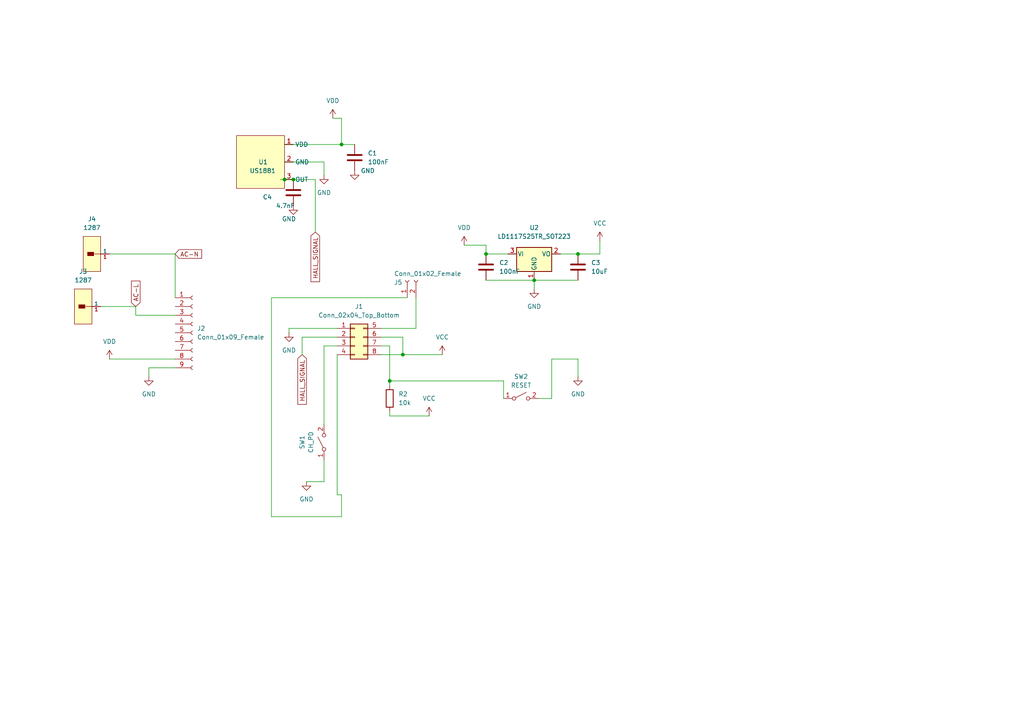
<source format=kicad_sch>
(kicad_sch (version 20211123) (generator eeschema)
  (paper "A4")
  (lib_symbols
    (symbol "Connector:Conn_01x02_Female" (pin_names (offset 1.016) hide)
      (property "Reference" "J" (at 0 2.54 0))
      (property "Value" "Conn_01x02_Female" (at 0 -5.08 0))
      (symbol "Conn_01x02_Female_1_1"
        (arc (start 0 -2.032) (mid -0.508 -2.54) (end 0 -3.048) (stroke (width 0.1524)))
        (polyline (pts (xy -1.27 -2.54) (xy -0.508 -2.54)) (stroke (width 0.1524)))
        (polyline (pts (xy -1.27 0) (xy -0.508 0)) (stroke (width 0.1524)))
        (arc (start 0 0.508) (mid -0.508 0) (end 0 -0.508) (stroke (width 0.1524)))
        (pin passive line (at -5.08 0 0) (length 3.81) (name "Pin_1") (number "1"))
        (pin passive line (at -5.08 -2.54 0) (length 3.81) (name "Pin_2") (number "2"))
      )
    )
    (symbol "Connector:Conn_01x09_Female" (pin_names (offset 1.016) hide)
      (property "Reference" "J" (at 0 12.7 0))
      (property "Value" "Conn_01x09_Female" (at 0 -12.7 0))
      (symbol "Conn_01x09_Female_1_1"
        (arc (start 0 -9.652) (mid -0.508 -10.16) (end 0 -10.668) (stroke (width 0.1524)))
        (arc (start 0 -7.112) (mid -0.508 -7.62) (end 0 -8.128) (stroke (width 0.1524)))
        (arc (start 0 -4.572) (mid -0.508 -5.08) (end 0 -5.588) (stroke (width 0.1524)))
        (arc (start 0 -2.032) (mid -0.508 -2.54) (end 0 -3.048) (stroke (width 0.1524)))
        (polyline (pts (xy -1.27 -10.16) (xy -0.508 -10.16)) (stroke (width 0.1524)))
        (polyline (pts (xy -1.27 -7.62) (xy -0.508 -7.62)) (stroke (width 0.1524)))
        (polyline (pts (xy -1.27 -5.08) (xy -0.508 -5.08)) (stroke (width 0.1524)))
        (polyline (pts (xy -1.27 -2.54) (xy -0.508 -2.54)) (stroke (width 0.1524)))
        (polyline (pts (xy -1.27 0) (xy -0.508 0)) (stroke (width 0.1524)))
        (polyline (pts (xy -1.27 2.54) (xy -0.508 2.54)) (stroke (width 0.1524)))
        (polyline (pts (xy -1.27 5.08) (xy -0.508 5.08)) (stroke (width 0.1524)))
        (polyline (pts (xy -1.27 7.62) (xy -0.508 7.62)) (stroke (width 0.1524)))
        (polyline (pts (xy -1.27 10.16) (xy -0.508 10.16)) (stroke (width 0.1524)))
        (arc (start 0 0.508) (mid -0.508 0) (end 0 -0.508) (stroke (width 0.1524)))
        (arc (start 0 3.048) (mid -0.508 2.54) (end 0 2.032) (stroke (width 0.1524)))
        (arc (start 0 5.588) (mid -0.508 5.08) (end 0 4.572) (stroke (width 0.1524)))
        (arc (start 0 8.128) (mid -0.508 7.62) (end 0 7.112) (stroke (width 0.1524)))
        (arc (start 0 10.668) (mid -0.508 10.16) (end 0 9.652) (stroke (width 0.1524)))
        (pin passive line (at -5.08 10.16 0) (length 3.81) (name "Pin_1") (number "1"))
        (pin passive line (at -5.08 7.62 0) (length 3.81) (name "Pin_2") (number "2"))
        (pin passive line (at -5.08 5.08 0) (length 3.81) (name "Pin_3") (number "3"))
        (pin passive line (at -5.08 2.54 0) (length 3.81) (name "Pin_4") (number "4"))
        (pin passive line (at -5.08 0 0) (length 3.81) (name "Pin_5") (number "5"))
        (pin passive line (at -5.08 -2.54 0) (length 3.81) (name "Pin_6") (number "6"))
        (pin passive line (at -5.08 -5.08 0) (length 3.81) (name "Pin_7") (number "7"))
        (pin passive line (at -5.08 -7.62 0) (length 3.81) (name "Pin_8") (number "8"))
        (pin passive line (at -5.08 -10.16 0) (length 3.81) (name "Pin_9") (number "9"))
      )
    )
    (symbol "Connector_Generic:Conn_02x04_Top_Bottom" (pin_names (offset 1.016) hide)
      (property "Reference" "J" (at 1.27 5.08 0))
      (property "Value" "Conn_02x04_Top_Bottom" (at 1.27 -7.62 0))
      (symbol "Conn_02x04_Top_Bottom_1_1"
        (rectangle (start -1.27 -4.953) (end 0 -5.207) (stroke (width 0.1524)))
        (rectangle (start -1.27 -2.413) (end 0 -2.667) (stroke (width 0.1524)))
        (rectangle (start -1.27 0.127) (end 0 -0.127) (stroke (width 0.1524)))
        (rectangle (start -1.27 2.667) (end 0 2.413) (stroke (width 0.1524)))
        (rectangle (start -1.27 3.81) (end 3.81 -6.35) (stroke (width 0.254)) (fill (type background)))
        (rectangle (start 3.81 -4.953) (end 2.54 -5.207) (stroke (width 0.1524)))
        (rectangle (start 3.81 -2.413) (end 2.54 -2.667) (stroke (width 0.1524)))
        (rectangle (start 3.81 0.127) (end 2.54 -0.127) (stroke (width 0.1524)))
        (rectangle (start 3.81 2.667) (end 2.54 2.413) (stroke (width 0.1524)))
        (pin passive line (at -5.08 2.54 0) (length 3.81) (name "Pin_1") (number "1"))
        (pin passive line (at -5.08 0 0) (length 3.81) (name "Pin_2") (number "2"))
        (pin passive line (at -5.08 -2.54 0) (length 3.81) (name "Pin_3") (number "3"))
        (pin passive line (at -5.08 -5.08 0) (length 3.81) (name "Pin_4") (number "4"))
        (pin passive line (at 7.62 2.54 180) (length 3.81) (name "Pin_5") (number "5"))
        (pin passive line (at 7.62 0 180) (length 3.81) (name "Pin_6") (number "6"))
        (pin passive line (at 7.62 -2.54 180) (length 3.81) (name "Pin_7") (number "7"))
        (pin passive line (at 7.62 -5.08 180) (length 3.81) (name "Pin_8") (number "8"))
      )
    )
    (symbol "Device:C" (pin_numbers hide) (pin_names (offset 0.254))
      (property "Reference" "C" (at 0.635 2.54 0))
      (property "Value" "C" (at 0.635 -2.54 0))
      (symbol "C_0_1"
        (polyline (pts (xy -2.032 -0.762) (xy 2.032 -0.762)) (stroke (width 0.508)))
        (polyline (pts (xy -2.032 0.762) (xy 2.032 0.762)) (stroke (width 0.508)))
      )
      (symbol "C_1_1"
        (pin passive line (at 0 3.81 270) (length 2.794) (name "~") (number "1"))
        (pin passive line (at 0 -3.81 90) (length 2.794) (name "~") (number "2"))
      )
    )
    (symbol "Device:R" (pin_numbers hide) (pin_names (offset 0))
      (property "Reference" "R" (at 2.032 0 90))
      (property "Value" "R" (at 0 0 90))
      (symbol "R_0_1"
        (rectangle (start -1.016 -2.54) (end 1.016 2.54) (stroke (width 0.254)))
      )
      (symbol "R_1_1"
        (pin passive line (at 0 3.81 270) (length 1.27) (name "~") (number "1"))
        (pin passive line (at 0 -3.81 90) (length 1.27) (name "~") (number "2"))
      )
    )
    (symbol "FPGA_Xilinx:US1881"
      (property "Reference" "U" (at -8.89 -5.08 0))
      (property "Value" "US1881" (at -7.62 -2.54 0))
      (symbol "US1881_0_1"
        (rectangle (start 1.27 7.62) (end -12.7 -7.62) (fill (type background)))
      )
      (symbol "US1881_1_1"
        (pin power_in line (at 1.27 5.08 0) (length 2.54) (name "VDD") (number "1"))
        (pin power_in line (at 1.27 0 0) (length 2.54) (name "GND") (number "2"))
        (pin output line (at 1.27 -5.08 0) (length 2.54) (name "OUT") (number "3"))
      )
    )
    (symbol "Regulator_Linear:LD1117S25TR_SOT223" (pin_names (offset 0.254))
      (property "Reference" "U" (at -3.81 3.175 0))
      (property "Value" "LD1117S25TR_SOT223" (at 0 3.175 0))
      (symbol "LD1117S25TR_SOT223_0_1"
        (rectangle (start -5.08 -5.08) (end 5.08 1.905) (stroke (width 0.254)) (fill (type background)))
      )
      (symbol "LD1117S25TR_SOT223_1_1"
        (pin power_in line (at 0 -7.62 90) (length 2.54) (name "GND") (number "1"))
        (pin power_out line (at 7.62 0 180) (length 2.54) (name "VO") (number "2"))
        (pin power_in line (at -7.62 0 0) (length 2.54) (name "VI") (number "3"))
      )
    )
    (symbol "Switch:SW_SPST" (pin_names (offset 0) hide)
      (property "Reference" "SW" (at 0 3.175 0))
      (property "Value" "SW_SPST" (at 0 -2.54 0))
      (symbol "SW_SPST_0_0"
        (circle (center -2.032 0) (radius 0.508))
        (polyline (pts (xy -1.524 0.254) (xy 1.524 1.778)))
        (circle (center 2.032 0) (radius 0.508))
      )
      (symbol "SW_SPST_1_1"
        (pin passive line (at -5.08 0 0) (length 2.54) (name "A") (number "1"))
        (pin passive line (at 5.08 0 180) (length 2.54) (name "B") (number "2"))
      )
    )
    (symbol "eec:1287" (pin_names (offset 0))
      (property "Reference" "J" (at 0 7.62 0))
      (property "Value" "1287" (at 0 10.16 0))
      (symbol "1287_1_1"
        (rectangle (start -10.16 5.08) (end -5.08 -5.08) (fill (type background)))
        (rectangle (start -8.89 0.508) (end -7.112 -0.508) (fill (type outline)))
        (polyline (pts (xy -6.858 0) (xy -5.08 0)))
        (pin passive line (at -2.54 0 180) (length 2.54) (name "1") (number "1"))
      )
    )
    (symbol "power:GND" (power) (pin_names (offset 0))
      (property "Value" "GND" (at 0 -3.81 0))
      (symbol "GND_0_1"
        (polyline (pts (xy 0 0) (xy 0 -1.27) (xy 1.27 -1.27) (xy 0 -2.54) (xy -1.27 -1.27) (xy 0 -1.27)))
      )
      (symbol "GND_1_1"
        (pin power_in line (at 0 0 270) (length 0) hide (name "GND") (number "1"))
      )
    )
    (symbol "power:VCC" (power) (pin_names (offset 0))
      (property "Value" "VCC" (at 0 3.81 0))
      (symbol "VCC_0_1"
        (polyline (pts (xy -0.762 1.27) (xy 0 2.54)))
        (polyline (pts (xy 0 0) (xy 0 2.54)))
        (polyline (pts (xy 0 2.54) (xy 0.762 1.27)))
      )
      (symbol "VCC_1_1"
        (pin power_in line (at 0 0 90) (length 0) hide (name "VCC") (number "1"))
      )
    )
    (symbol "power:VDD" (power) (pin_names (offset 0))
      (property "Value" "VDD" (at 0 3.81 0))
      (symbol "VDD_0_1"
        (polyline (pts (xy -0.762 1.27) (xy 0 2.54)))
        (polyline (pts (xy 0 0) (xy 0 2.54)))
        (polyline (pts (xy 0 2.54) (xy 0.762 1.27)))
      )
      (symbol "VDD_1_1"
        (pin power_in line (at 0 0 90) (length 0) hide (name "VDD") (number "1"))
      )
    )
  )
  (junction (at 140.97 73.66))
  (junction (at 85.09 52.07))
  (junction (at 82.55 52.07))
  (junction (at 154.94 81.28))
  (junction (at 99.06 41.91))
  (junction (at 113.03 110.49))
  (junction (at 116.84 102.87))
  (junction (at 167.64 73.66))
  (wire (pts (xy 97.79 102.87) (xy 97.79 143.51)))
  (wire (pts (xy 97.79 95.25) (xy 83.82 95.25)))
  (wire (pts (xy 156.21 115.57) (xy 160.02 115.57)))
  (wire (pts (xy 146.05 110.49) (xy 146.05 115.57)))
  (wire (pts (xy 50.8 73.66) (xy 31.75 73.66)))
  (wire (pts (xy 78.74 149.86) (xy 99.06 149.86)))
  (wire (pts (xy 97.79 143.51) (xy 99.06 143.51)))
  (wire (pts (xy 113.03 110.49) (xy 113.03 100.33)))
  (wire (pts (xy 167.64 73.66) (xy 173.99 73.66)))
  (wire (pts (xy 97.79 100.33) (xy 93.98 100.33)))
  (wire (pts (xy 43.18 109.22) (xy 43.18 106.68)))
  (wire (pts (xy 87.63 97.79) (xy 87.63 102.87)))
  (wire (pts (xy 82.55 46.99) (xy 93.98 46.99)))
  (wire (pts (xy 81.28 52.07) (xy 82.55 52.07)))
  (wire (pts (xy 116.84 102.87) (xy 128.27 102.87)))
  (wire (pts (xy 82.55 41.91) (xy 99.06 41.91)))
  (wire (pts (xy 134.62 71.12) (xy 140.97 71.12)))
  (wire (pts (xy 99.06 143.51) (xy 99.06 149.86)))
  (wire (pts (xy 116.84 97.79) (xy 116.84 102.87)))
  (wire (pts (xy 110.49 102.87) (xy 116.84 102.87)))
  (wire (pts (xy 99.06 34.29) (xy 96.52 34.29)))
  (wire (pts (xy 113.03 120.65) (xy 113.03 119.38)))
  (wire (pts (xy 97.79 97.79) (xy 87.63 97.79)))
  (wire (pts (xy 113.03 100.33) (xy 110.49 100.33)))
  (wire (pts (xy 162.56 73.66) (xy 167.64 73.66)))
  (wire (pts (xy 88.9 139.7) (xy 93.98 139.7)))
  (wire (pts (xy 43.18 106.68) (xy 50.8 106.68)))
  (wire (pts (xy 173.99 73.66) (xy 173.99 69.85)))
  (wire (pts (xy 85.09 52.07) (xy 91.44 52.07)))
  (wire (pts (xy 124.46 120.65) (xy 113.03 120.65)))
  (wire (pts (xy 93.98 133.35) (xy 93.98 139.7)))
  (wire (pts (xy 78.74 86.36) (xy 78.74 149.86)))
  (wire (pts (xy 91.44 52.07) (xy 91.44 67.31)))
  (wire (pts (xy 93.98 100.33) (xy 93.98 123.19)))
  (wire (pts (xy 154.94 81.28) (xy 167.64 81.28)))
  (wire (pts (xy 167.64 109.22) (xy 167.64 104.14)))
  (wire (pts (xy 29.21 88.9) (xy 39.37 88.9)))
  (wire (pts (xy 160.02 115.57) (xy 160.02 104.14)))
  (wire (pts (xy 110.49 95.25) (xy 120.65 95.25)))
  (wire (pts (xy 82.55 52.07) (xy 85.09 52.07)))
  (wire (pts (xy 140.97 81.28) (xy 154.94 81.28)))
  (wire (pts (xy 140.97 71.12) (xy 140.97 73.66)))
  (wire (pts (xy 113.03 111.76) (xy 113.03 110.49)))
  (wire (pts (xy 31.75 104.14) (xy 50.8 104.14)))
  (wire (pts (xy 50.8 86.36) (xy 50.8 73.66)))
  (wire (pts (xy 39.37 88.9) (xy 39.37 91.44)))
  (wire (pts (xy 154.94 83.82) (xy 154.94 81.28)))
  (wire (pts (xy 39.37 91.44) (xy 50.8 91.44)))
  (wire (pts (xy 118.11 86.36) (xy 78.74 86.36)))
  (wire (pts (xy 83.82 95.25) (xy 83.82 96.52)))
  (wire (pts (xy 167.64 104.14) (xy 160.02 104.14)))
  (wire (pts (xy 99.06 41.91) (xy 102.87 41.91)))
  (wire (pts (xy 140.97 73.66) (xy 147.32 73.66)))
  (wire (pts (xy 93.98 46.99) (xy 93.98 50.8)))
  (wire (pts (xy 99.06 41.91) (xy 99.06 34.29)))
  (wire (pts (xy 113.03 110.49) (xy 146.05 110.49)))
  (wire (pts (xy 110.49 97.79) (xy 116.84 97.79)))
  (wire (pts (xy 120.65 95.25) (xy 120.65 86.36)))
  (global_label "HALL_SIGNAL" (shape input) (at 91.44 67.31 270) (property "Intersheet References" "${INTERSHEET_REFS}" (effects hide)))
  (global_label "HALL_SIGNAL" (shape input) (at 87.63 102.87 270) (property "Intersheet References" "${INTERSHEET_REFS}" (effects hide)))
  (global_label "AC-L" (shape input) (at 39.37 88.9 90) (property "Intersheet References" "${INTERSHEET_REFS}" (effects hide)))
  (global_label "AC-N" (shape input) (at 50.8 73.66 0) (property "Intersheet References" "${INTERSHEET_REFS}" (effects hide)))
  (symbol (lib_id "power:GND") (at 43.18 109.22 0) (unit 1)
    (property "Reference" "#PWR0112" (effects hide))
    (property "Value" "GND" (at 43.18 114.3 0))
  )
  (symbol (lib_id "Device:C") (at 102.87 45.72 180) (unit 1)
    (property "Reference" "C1" (at 106.68 44.4499 0) (effects (justify right)))
    (property "Value" "100nF" (at 106.68 46.9899 0) (effects (justify right)))
    (property "Footprint" "Capacitor_THT:C_Disc_D5.0mm_W2.5mm_P5.00mm" (effects hide))
  )
  (symbol (lib_id "power:VCC") (at 173.99 69.85 0) (unit 1)
    (property "Reference" "#PWR0109" (effects hide))
    (property "Value" "VCC" (at 173.99 64.77 0))
  )
  (symbol (lib_id "power:GND") (at 85.09 59.69 0) (unit 1)
    (property "Reference" "#PWR0104" (effects hide))
    (property "Value" "GND" (at 83.82 63.5 0))
  )
  (symbol (lib_id "power:GND") (at 167.64 109.22 0) (unit 1)
    (property "Reference" "#PWR0113" (effects hide))
    (property "Value" "GND" (at 167.64 114.3 0))
  )
  (symbol (lib_id "Device:C") (at 140.97 77.47 0) (unit 1)
    (property "Reference" "C2" (at 144.78 76.1999 0) (effects (justify left)))
    (property "Value" "100nF" (at 144.78 78.7399 0) (effects (justify left)))
    (property "Footprint" "Capacitor_THT:C_Disc_D5.0mm_W2.5mm_P5.00mm" (effects hide))
  )
  (symbol (lib_id "power:GND") (at 102.87 49.53 0) (unit 1)
    (property "Reference" "#PWR0101" (effects hide))
    (property "Value" "GND" (at 106.68 49.53 0))
  )
  (symbol (lib_id "power:GND") (at 88.9 139.7 0) (unit 1)
    (property "Reference" "#PWR0114" (effects hide))
    (property "Value" "GND" (at 88.9 144.78 0))
  )
  (symbol (lib_id "Connector:Conn_01x02_Female") (at 118.11 81.28 90) (unit 1)
    (property "Reference" "J5" (at 114.3 81.9151 90) (effects (justify right)))
    (property "Value" "Conn_01x02_Female" (at 114.3 79.3751 90) (effects (justify right)))
    (property "Footprint" "Connector_PinHeader_2.54mm:PinHeader_1x02_P2.54mm_Vertical" (effects hide))
  )
  (symbol (lib_id "power:VCC") (at 124.46 120.65 0) (unit 1)
    (property "Reference" "#PWR?" (effects hide))
    (property "Value" "VCC" (at 124.46 115.57 0))
  )
  (symbol (lib_id "Connector_Generic:Conn_02x04_Top_Bottom") (at 102.87 97.79 0) (unit 1)
    (property "Reference" "J1" (at 104.14 88.9 0))
    (property "Value" "Conn_02x04_Top_Bottom" (at 104.14 91.44 0))
    (property "Footprint" "Connector_PinHeader_2.54mm:PinHeader_2x04_P2.54mm_Vertical" (effects hide))
  )
  (symbol (lib_id "Switch:SW_SPST") (at 151.13 115.57 0) (unit 1)
    (property "Reference" "SW2" (at 151.13 109.22 0))
    (property "Value" "RESET" (at 151.13 111.76 0))
    (property "Footprint" "Button_Switch_THT:Pushbutton-6mm6mm-5mm_pin" (effects hide))
  )
  (symbol (lib_id "power:VDD") (at 96.52 34.29 0) (unit 1)
    (property "Reference" "#PWR0107" (effects hide))
    (property "Value" "VDD" (at 96.52 29.21 0))
  )
  (symbol (lib_id "Device:C") (at 85.09 55.88 180) (unit 1)
    (property "Reference" "C4" (at 76.2 57.15 0) (effects (justify right)))
    (property "Value" "4.7nF" (at 80.01 59.69 0) (effects (justify right)))
    (property "Footprint" "Capacitor_THT:C_Disc_D5.0mm_W2.5mm_P5.00mm" (effects hide))
  )
  (symbol (lib_id "power:VCC") (at 128.27 102.87 0) (unit 1)
    (property "Reference" "#PWR0103" (effects hide))
    (property "Value" "VCC" (at 128.27 97.79 0))
  )
  (symbol (lib_id "eec:1287") (at 34.29 73.66 0) (unit 1)
    (property "Reference" "J4" (at 26.67 63.5 0))
    (property "Value" "1287" (at 26.67 66.04 0))
    (property "Footprint" "eec:Keystone-1287-0-0-0" (effects hide))
    (property "Datasheet" "http://keyelco.com/userAssets/file/M65p59.pdf" (effects hide))
    (property "category" "Conn" (effects hide))
    (property "contact material" "Tin" (effects hide))
    (property "current rating" "20A" (effects hide))
    (property "device class L1" "Connectors" (effects hide))
    (property "device class L2" "Terminal Blocks | Terminals" (effects hide))
    (property "device class L3" "unset" (effects hide))
    (property "digikey description" "TERMINAL QUICKFIT .052\\DIA .250\\" (effects hide))
    (property "digikey part number" "36-1287-ND" (effects hide))
    (property "footprint url" "http://www.keyelco.com/product-pdf.cfm?p=610" (effects hide))
    (property "height" "10.51mm" (effects hide))
    (property "is connector" "yes" (effects hide))
    (property "is male" "yes" (effects hide))
    (property "lead free" "yes" (effects hide))
    (property "library id" "d2db94592ad45485" (effects hide))
    (property "manufacturer" "Keystone" (effects hide))
    (property "mouser description" "Terminal; Quick-Fit; Rivet Mount; Tab Size .250; Vertical; PCB Male; Brass/Tin" (effects hide))
    (property "mouser part number" "534-1287" (effects hide))
    (property "number of contacts" "1" (effects hide))
    (property "number of rows" "1" (effects hide))
    (property "package" "CONN_PTH_7MM92_0MM81" (effects hide))
    (property "rohs" "yes" (effects hide))
    (property "standoff height" "0.65mm" (effects hide))
  )
  (symbol (lib_id "Connector:Conn_01x09_Female") (at 55.88 96.52 0) (unit 1)
    (property "Reference" "J2" (at 57.15 95.2499 0) (effects (justify left)))
    (property "Value" "Conn_01x09_Female" (at 57.15 97.7899 0) (effects (justify left)))
    (property "Footprint" "Connector_PinSocket_2.54mm:PinSocket_1x09_P2.54mm_Vertical" (effects hide))
  )
  (symbol (lib_id "eec:1287") (at 31.75 88.9 0) (unit 1)
    (property "Reference" "J3" (at 24.13 78.74 0))
    (property "Value" "1287" (at 24.13 81.28 0))
    (property "Footprint" "eec:Keystone-1287-0-0-0" (effects hide))
    (property "Datasheet" "http://keyelco.com/userAssets/file/M65p59.pdf" (effects hide))
    (property "category" "Conn" (effects hide))
    (property "contact material" "Tin" (effects hide))
    (property "current rating" "20A" (effects hide))
    (property "device class L1" "Connectors" (effects hide))
    (property "device class L2" "Terminal Blocks | Terminals" (effects hide))
    (property "device class L3" "unset" (effects hide))
    (property "digikey description" "TERMINAL QUICKFIT .052\\DIA .250\\" (effects hide))
    (property "digikey part number" "36-1287-ND" (effects hide))
    (property "footprint url" "http://www.keyelco.com/product-pdf.cfm?p=610" (effects hide))
    (property "height" "10.51mm" (effects hide))
    (property "is connector" "yes" (effects hide))
    (property "is male" "yes" (effects hide))
    (property "lead free" "yes" (effects hide))
    (property "library id" "d2db94592ad45485" (effects hide))
    (property "manufacturer" "Keystone" (effects hide))
    (property "mouser description" "Terminal; Quick-Fit; Rivet Mount; Tab Size .250; Vertical; PCB Male; Brass/Tin" (effects hide))
    (property "mouser part number" "534-1287" (effects hide))
    (property "number of contacts" "1" (effects hide))
    (property "number of rows" "1" (effects hide))
    (property "package" "CONN_PTH_7MM92_0MM81" (effects hide))
    (property "rohs" "yes" (effects hide))
    (property "standoff height" "0.65mm" (effects hide))
  )
  (symbol (lib_id "power:GND") (at 154.94 83.82 0) (unit 1)
    (property "Reference" "#PWR0102" (effects hide))
    (property "Value" "GND" (at 154.94 88.9 0))
  )
  (symbol (lib_id "power:GND") (at 83.82 96.52 0) (unit 1)
    (property "Reference" "#PWR0106" (effects hide))
    (property "Value" "GND" (at 83.82 101.6 0))
  )
  (symbol (lib_id "power:VDD") (at 31.75 104.14 0) (unit 1)
    (property "Reference" "#PWR0111" (effects hide))
    (property "Value" "VDD" (at 31.75 99.06 0))
  )
  (symbol (lib_id "FPGA_Xilinx:US1881") (at 81.28 46.99 0) (unit 1)
    (property "Reference" "U1" (at 74.93 46.99 0) (effects (justify left)))
    (property "Value" "US1881" (at 72.39 49.53 0) (effects (justify left)))
    (property "Footprint" "Package_TO_SOT_THT:TO-92S" (effects hide))
  )
  (symbol (lib_id "power:VDD") (at 134.62 71.12 0) (unit 1)
    (property "Reference" "#PWR0108" (effects hide))
    (property "Value" "VDD" (at 134.62 66.04 0))
  )
  (symbol (lib_id "power:GND") (at 93.98 50.8 0) (unit 1)
    (property "Reference" "#PWR0105" (effects hide))
    (property "Value" "GND" (at 93.98 55.88 0))
  )
  (symbol (lib_id "Switch:SW_SPST") (at 93.98 128.27 90) (unit 1)
    (property "Reference" "SW1" (at 87.63 128.27 0))
    (property "Value" "CH_PD" (at 90.17 128.27 0))
    (property "Footprint" "Button_Switch_THT:Pushbutton-6mm6mm-5mm_pin" (effects hide))
  )
  (symbol (lib_id "Device:C") (at 167.64 77.47 0) (unit 1)
    (property "Reference" "C3" (at 171.45 76.1999 0) (effects (justify left)))
    (property "Value" "10uF" (at 171.45 78.7399 0) (effects (justify left)))
    (property "Footprint" "Capacitor_THT:C_Disc_D5.0mm_W2.5mm_P5.00mm" (effects hide))
  )
  (symbol (lib_id "Device:R") (at 113.03 115.57 0) (unit 1)
    (property "Reference" "R2" (at 115.57 114.2999 0) (effects (justify left)))
    (property "Value" "10k" (at 115.57 116.8399 0) (effects (justify left)))
    (property "Footprint" "Resistor_THT:R_Axial_DIN0207_L6.3mm_D2.5mm_P7.62mm_Horizontal" (effects hide))
  )
  (symbol (lib_id "Regulator_Linear:LD1117S25TR_SOT223") (at 154.94 73.66 0) (unit 1)
    (property "Reference" "U2" (at 154.94 66.04 0))
    (property "Value" "LD1117S25TR_SOT223" (at 154.94 68.58 0))
    (property "Footprint" "Package_TO_SOT_THT:TO-220-3_Vertical" (effects hide))
    (property "Datasheet" "http://www.st.com/st-web-ui/static/active/en/resource/technical/document/datasheet/CD00000544.pdf" (effects hide))
  )
)
</source>
